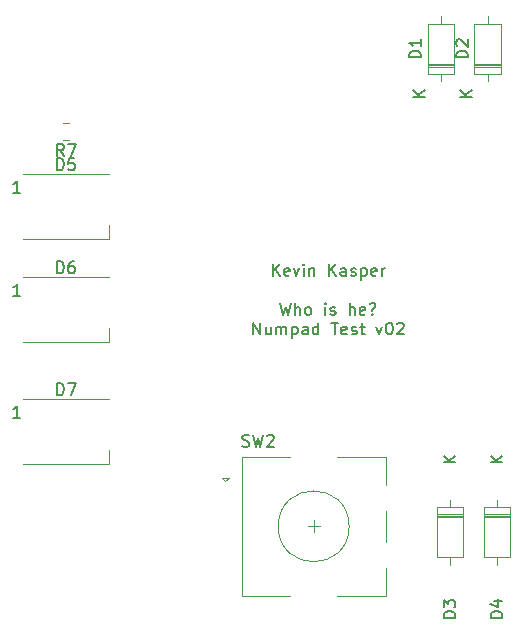
<source format=gbr>
G04 #@! TF.GenerationSoftware,KiCad,Pcbnew,(5.1.5)-3*
G04 #@! TF.CreationDate,2020-05-08T22:50:54-04:00*
G04 #@! TF.ProjectId,metropolislefty,6d657472-6f70-46f6-9c69-736c65667479,rev?*
G04 #@! TF.SameCoordinates,Original*
G04 #@! TF.FileFunction,Legend,Top*
G04 #@! TF.FilePolarity,Positive*
%FSLAX46Y46*%
G04 Gerber Fmt 4.6, Leading zero omitted, Abs format (unit mm)*
G04 Created by KiCad (PCBNEW (5.1.5)-3) date 2020-05-08 22:50:54*
%MOMM*%
%LPD*%
G04 APERTURE LIST*
%ADD10C,0.150000*%
%ADD11C,0.120000*%
%ADD12C,0.752000*%
%ADD13O,1.102000X2.202000*%
%ADD14O,1.102000X1.702000*%
%ADD15O,1.702000X1.702000*%
%ADD16R,1.702000X1.702000*%
%ADD17R,2.102000X2.102000*%
%ADD18C,2.102000*%
%ADD19R,3.302000X2.102000*%
%ADD20C,0.100000*%
%ADD21R,1.602000X1.102000*%
%ADD22C,1.852000*%
%ADD23C,4.089800*%
G04 APERTURE END LIST*
D10*
X77065773Y-97196130D02*
X77065773Y-96196130D01*
X77637202Y-97196130D02*
X77208630Y-96624702D01*
X77637202Y-96196130D02*
X77065773Y-96767559D01*
X78446726Y-97148511D02*
X78351488Y-97196130D01*
X78161011Y-97196130D01*
X78065773Y-97148511D01*
X78018154Y-97053273D01*
X78018154Y-96672321D01*
X78065773Y-96577083D01*
X78161011Y-96529464D01*
X78351488Y-96529464D01*
X78446726Y-96577083D01*
X78494345Y-96672321D01*
X78494345Y-96767559D01*
X78018154Y-96862797D01*
X78827678Y-96529464D02*
X79065773Y-97196130D01*
X79303869Y-96529464D01*
X79684821Y-97196130D02*
X79684821Y-96529464D01*
X79684821Y-96196130D02*
X79637202Y-96243750D01*
X79684821Y-96291369D01*
X79732440Y-96243750D01*
X79684821Y-96196130D01*
X79684821Y-96291369D01*
X80161011Y-96529464D02*
X80161011Y-97196130D01*
X80161011Y-96624702D02*
X80208630Y-96577083D01*
X80303869Y-96529464D01*
X80446726Y-96529464D01*
X80541964Y-96577083D01*
X80589583Y-96672321D01*
X80589583Y-97196130D01*
X81827678Y-97196130D02*
X81827678Y-96196130D01*
X82399107Y-97196130D02*
X81970535Y-96624702D01*
X82399107Y-96196130D02*
X81827678Y-96767559D01*
X83256250Y-97196130D02*
X83256250Y-96672321D01*
X83208630Y-96577083D01*
X83113392Y-96529464D01*
X82922916Y-96529464D01*
X82827678Y-96577083D01*
X83256250Y-97148511D02*
X83161011Y-97196130D01*
X82922916Y-97196130D01*
X82827678Y-97148511D01*
X82780059Y-97053273D01*
X82780059Y-96958035D01*
X82827678Y-96862797D01*
X82922916Y-96815178D01*
X83161011Y-96815178D01*
X83256250Y-96767559D01*
X83684821Y-97148511D02*
X83780059Y-97196130D01*
X83970535Y-97196130D01*
X84065773Y-97148511D01*
X84113392Y-97053273D01*
X84113392Y-97005654D01*
X84065773Y-96910416D01*
X83970535Y-96862797D01*
X83827678Y-96862797D01*
X83732440Y-96815178D01*
X83684821Y-96719940D01*
X83684821Y-96672321D01*
X83732440Y-96577083D01*
X83827678Y-96529464D01*
X83970535Y-96529464D01*
X84065773Y-96577083D01*
X84541964Y-96529464D02*
X84541964Y-97529464D01*
X84541964Y-96577083D02*
X84637202Y-96529464D01*
X84827678Y-96529464D01*
X84922916Y-96577083D01*
X84970535Y-96624702D01*
X85018154Y-96719940D01*
X85018154Y-97005654D01*
X84970535Y-97100892D01*
X84922916Y-97148511D01*
X84827678Y-97196130D01*
X84637202Y-97196130D01*
X84541964Y-97148511D01*
X85827678Y-97148511D02*
X85732440Y-97196130D01*
X85541964Y-97196130D01*
X85446726Y-97148511D01*
X85399107Y-97053273D01*
X85399107Y-96672321D01*
X85446726Y-96577083D01*
X85541964Y-96529464D01*
X85732440Y-96529464D01*
X85827678Y-96577083D01*
X85875297Y-96672321D01*
X85875297Y-96767559D01*
X85399107Y-96862797D01*
X86303869Y-97196130D02*
X86303869Y-96529464D01*
X86303869Y-96719940D02*
X86351488Y-96624702D01*
X86399107Y-96577083D01*
X86494345Y-96529464D01*
X86589583Y-96529464D01*
X77708630Y-99496130D02*
X77946726Y-100496130D01*
X78137202Y-99781845D01*
X78327678Y-100496130D01*
X78565773Y-99496130D01*
X78946726Y-100496130D02*
X78946726Y-99496130D01*
X79375297Y-100496130D02*
X79375297Y-99972321D01*
X79327678Y-99877083D01*
X79232440Y-99829464D01*
X79089583Y-99829464D01*
X78994345Y-99877083D01*
X78946726Y-99924702D01*
X79994345Y-100496130D02*
X79899107Y-100448511D01*
X79851488Y-100400892D01*
X79803869Y-100305654D01*
X79803869Y-100019940D01*
X79851488Y-99924702D01*
X79899107Y-99877083D01*
X79994345Y-99829464D01*
X80137202Y-99829464D01*
X80232440Y-99877083D01*
X80280059Y-99924702D01*
X80327678Y-100019940D01*
X80327678Y-100305654D01*
X80280059Y-100400892D01*
X80232440Y-100448511D01*
X80137202Y-100496130D01*
X79994345Y-100496130D01*
X81518154Y-100496130D02*
X81518154Y-99829464D01*
X81518154Y-99496130D02*
X81470535Y-99543750D01*
X81518154Y-99591369D01*
X81565773Y-99543750D01*
X81518154Y-99496130D01*
X81518154Y-99591369D01*
X81946726Y-100448511D02*
X82041964Y-100496130D01*
X82232440Y-100496130D01*
X82327678Y-100448511D01*
X82375297Y-100353273D01*
X82375297Y-100305654D01*
X82327678Y-100210416D01*
X82232440Y-100162797D01*
X82089583Y-100162797D01*
X81994345Y-100115178D01*
X81946726Y-100019940D01*
X81946726Y-99972321D01*
X81994345Y-99877083D01*
X82089583Y-99829464D01*
X82232440Y-99829464D01*
X82327678Y-99877083D01*
X83565773Y-100496130D02*
X83565773Y-99496130D01*
X83994345Y-100496130D02*
X83994345Y-99972321D01*
X83946726Y-99877083D01*
X83851488Y-99829464D01*
X83708630Y-99829464D01*
X83613392Y-99877083D01*
X83565773Y-99924702D01*
X84851488Y-100448511D02*
X84756250Y-100496130D01*
X84565773Y-100496130D01*
X84470535Y-100448511D01*
X84422916Y-100353273D01*
X84422916Y-99972321D01*
X84470535Y-99877083D01*
X84565773Y-99829464D01*
X84756250Y-99829464D01*
X84851488Y-99877083D01*
X84899107Y-99972321D01*
X84899107Y-100067559D01*
X84422916Y-100162797D01*
X85470535Y-100400892D02*
X85518154Y-100448511D01*
X85470535Y-100496130D01*
X85422916Y-100448511D01*
X85470535Y-100400892D01*
X85470535Y-100496130D01*
X85280059Y-99543750D02*
X85375297Y-99496130D01*
X85613392Y-99496130D01*
X85708630Y-99543750D01*
X85756250Y-99638988D01*
X85756250Y-99734226D01*
X85708630Y-99829464D01*
X85661011Y-99877083D01*
X85565773Y-99924702D01*
X85518154Y-99972321D01*
X85470535Y-100067559D01*
X85470535Y-100115178D01*
X75399107Y-102146130D02*
X75399107Y-101146130D01*
X75970535Y-102146130D01*
X75970535Y-101146130D01*
X76875297Y-101479464D02*
X76875297Y-102146130D01*
X76446726Y-101479464D02*
X76446726Y-102003273D01*
X76494345Y-102098511D01*
X76589583Y-102146130D01*
X76732440Y-102146130D01*
X76827678Y-102098511D01*
X76875297Y-102050892D01*
X77351488Y-102146130D02*
X77351488Y-101479464D01*
X77351488Y-101574702D02*
X77399107Y-101527083D01*
X77494345Y-101479464D01*
X77637202Y-101479464D01*
X77732440Y-101527083D01*
X77780059Y-101622321D01*
X77780059Y-102146130D01*
X77780059Y-101622321D02*
X77827678Y-101527083D01*
X77922916Y-101479464D01*
X78065773Y-101479464D01*
X78161011Y-101527083D01*
X78208630Y-101622321D01*
X78208630Y-102146130D01*
X78684821Y-101479464D02*
X78684821Y-102479464D01*
X78684821Y-101527083D02*
X78780059Y-101479464D01*
X78970535Y-101479464D01*
X79065773Y-101527083D01*
X79113392Y-101574702D01*
X79161011Y-101669940D01*
X79161011Y-101955654D01*
X79113392Y-102050892D01*
X79065773Y-102098511D01*
X78970535Y-102146130D01*
X78780059Y-102146130D01*
X78684821Y-102098511D01*
X80018154Y-102146130D02*
X80018154Y-101622321D01*
X79970535Y-101527083D01*
X79875297Y-101479464D01*
X79684821Y-101479464D01*
X79589583Y-101527083D01*
X80018154Y-102098511D02*
X79922916Y-102146130D01*
X79684821Y-102146130D01*
X79589583Y-102098511D01*
X79541964Y-102003273D01*
X79541964Y-101908035D01*
X79589583Y-101812797D01*
X79684821Y-101765178D01*
X79922916Y-101765178D01*
X80018154Y-101717559D01*
X80922916Y-102146130D02*
X80922916Y-101146130D01*
X80922916Y-102098511D02*
X80827678Y-102146130D01*
X80637202Y-102146130D01*
X80541964Y-102098511D01*
X80494345Y-102050892D01*
X80446726Y-101955654D01*
X80446726Y-101669940D01*
X80494345Y-101574702D01*
X80541964Y-101527083D01*
X80637202Y-101479464D01*
X80827678Y-101479464D01*
X80922916Y-101527083D01*
X82018154Y-101146130D02*
X82589583Y-101146130D01*
X82303869Y-102146130D02*
X82303869Y-101146130D01*
X83303869Y-102098511D02*
X83208630Y-102146130D01*
X83018154Y-102146130D01*
X82922916Y-102098511D01*
X82875297Y-102003273D01*
X82875297Y-101622321D01*
X82922916Y-101527083D01*
X83018154Y-101479464D01*
X83208630Y-101479464D01*
X83303869Y-101527083D01*
X83351488Y-101622321D01*
X83351488Y-101717559D01*
X82875297Y-101812797D01*
X83732440Y-102098511D02*
X83827678Y-102146130D01*
X84018154Y-102146130D01*
X84113392Y-102098511D01*
X84161011Y-102003273D01*
X84161011Y-101955654D01*
X84113392Y-101860416D01*
X84018154Y-101812797D01*
X83875297Y-101812797D01*
X83780059Y-101765178D01*
X83732440Y-101669940D01*
X83732440Y-101622321D01*
X83780059Y-101527083D01*
X83875297Y-101479464D01*
X84018154Y-101479464D01*
X84113392Y-101527083D01*
X84446726Y-101479464D02*
X84827678Y-101479464D01*
X84589583Y-101146130D02*
X84589583Y-102003273D01*
X84637202Y-102098511D01*
X84732440Y-102146130D01*
X84827678Y-102146130D01*
X85827678Y-101479464D02*
X86065773Y-102146130D01*
X86303869Y-101479464D01*
X86875297Y-101146130D02*
X86970535Y-101146130D01*
X87065773Y-101193750D01*
X87113392Y-101241369D01*
X87161011Y-101336607D01*
X87208630Y-101527083D01*
X87208630Y-101765178D01*
X87161011Y-101955654D01*
X87113392Y-102050892D01*
X87065773Y-102098511D01*
X86970535Y-102146130D01*
X86875297Y-102146130D01*
X86780059Y-102098511D01*
X86732440Y-102050892D01*
X86684821Y-101955654D01*
X86637202Y-101765178D01*
X86637202Y-101527083D01*
X86684821Y-101336607D01*
X86732440Y-101241369D01*
X86780059Y-101193750D01*
X86875297Y-101146130D01*
X87589583Y-101241369D02*
X87637202Y-101193750D01*
X87732440Y-101146130D01*
X87970535Y-101146130D01*
X88065773Y-101193750D01*
X88113392Y-101241369D01*
X88161011Y-101336607D01*
X88161011Y-101431845D01*
X88113392Y-101574702D01*
X87541964Y-102146130D01*
X88161011Y-102146130D01*
D11*
X97163750Y-117383750D02*
X94923750Y-117383750D01*
X97163750Y-117623750D02*
X94923750Y-117623750D01*
X97163750Y-117503750D02*
X94923750Y-117503750D01*
X96043750Y-121673750D02*
X96043750Y-121023750D01*
X96043750Y-116133750D02*
X96043750Y-116783750D01*
X97163750Y-121023750D02*
X97163750Y-116783750D01*
X94923750Y-121023750D02*
X97163750Y-121023750D01*
X94923750Y-116783750D02*
X94923750Y-121023750D01*
X97163750Y-116783750D02*
X94923750Y-116783750D01*
X93195000Y-117383750D02*
X90955000Y-117383750D01*
X93195000Y-117623750D02*
X90955000Y-117623750D01*
X93195000Y-117503750D02*
X90955000Y-117503750D01*
X92075000Y-121673750D02*
X92075000Y-121023750D01*
X92075000Y-116133750D02*
X92075000Y-116783750D01*
X93195000Y-121023750D02*
X93195000Y-116783750D01*
X90955000Y-121023750D02*
X93195000Y-121023750D01*
X90955000Y-116783750D02*
X90955000Y-121023750D01*
X93195000Y-116783750D02*
X90955000Y-116783750D01*
X94130000Y-79466250D02*
X96370000Y-79466250D01*
X94130000Y-79226250D02*
X96370000Y-79226250D01*
X94130000Y-79346250D02*
X96370000Y-79346250D01*
X95250000Y-75176250D02*
X95250000Y-75826250D01*
X95250000Y-80716250D02*
X95250000Y-80066250D01*
X94130000Y-75826250D02*
X94130000Y-80066250D01*
X96370000Y-75826250D02*
X94130000Y-75826250D01*
X96370000Y-80066250D02*
X96370000Y-75826250D01*
X94130000Y-80066250D02*
X96370000Y-80066250D01*
X90161250Y-79466250D02*
X92401250Y-79466250D01*
X90161250Y-79226250D02*
X92401250Y-79226250D01*
X90161250Y-79346250D02*
X92401250Y-79346250D01*
X91281250Y-75176250D02*
X91281250Y-75826250D01*
X91281250Y-80716250D02*
X91281250Y-80066250D01*
X90161250Y-75826250D02*
X90161250Y-80066250D01*
X92401250Y-75826250D02*
X90161250Y-75826250D01*
X92401250Y-80066250D02*
X92401250Y-75826250D01*
X90161250Y-80066250D02*
X92401250Y-80066250D01*
X83525000Y-118387500D02*
G75*
G03X83525000Y-118387500I-3000000J0D01*
G01*
X82525000Y-112487500D02*
X86625000Y-112487500D01*
X86625000Y-124287500D02*
X82525000Y-124287500D01*
X78525000Y-124287500D02*
X74425000Y-124287500D01*
X78525000Y-112487500D02*
X74425000Y-112487500D01*
X74425000Y-112487500D02*
X74425000Y-124287500D01*
X73025000Y-114587500D02*
X72725000Y-114287500D01*
X72725000Y-114287500D02*
X73325000Y-114287500D01*
X73325000Y-114287500D02*
X73025000Y-114587500D01*
X86625000Y-112487500D02*
X86625000Y-114887500D01*
X86625000Y-117087500D02*
X86625000Y-119687500D01*
X86625000Y-121887500D02*
X86625000Y-124287500D01*
X80525000Y-117887500D02*
X80525000Y-118887500D01*
X80025000Y-118387500D02*
X81025000Y-118387500D01*
X59789828Y-84221250D02*
X59272672Y-84221250D01*
X59789828Y-85641250D02*
X59272672Y-85641250D01*
X63181250Y-113081250D02*
X63181250Y-111931250D01*
X55881250Y-113081250D02*
X63181250Y-113081250D01*
X55881250Y-107581250D02*
X63181250Y-107581250D01*
X63181250Y-102762500D02*
X63181250Y-101612500D01*
X55881250Y-102762500D02*
X63181250Y-102762500D01*
X55881250Y-97262500D02*
X63181250Y-97262500D01*
X63181250Y-94031250D02*
X63181250Y-92881250D01*
X55881250Y-94031250D02*
X63181250Y-94031250D01*
X55881250Y-88531250D02*
X63181250Y-88531250D01*
D10*
X96496130Y-126150595D02*
X95496130Y-126150595D01*
X95496130Y-125912500D01*
X95543750Y-125769642D01*
X95638988Y-125674404D01*
X95734226Y-125626785D01*
X95924702Y-125579166D01*
X96067559Y-125579166D01*
X96258035Y-125626785D01*
X96353273Y-125674404D01*
X96448511Y-125769642D01*
X96496130Y-125912500D01*
X96496130Y-126150595D01*
X95829464Y-124722023D02*
X96496130Y-124722023D01*
X95448511Y-124960119D02*
X96162797Y-125198214D01*
X96162797Y-124579166D01*
X96496130Y-112974404D02*
X95496130Y-112974404D01*
X96496130Y-112402976D02*
X95924702Y-112831547D01*
X95496130Y-112402976D02*
X96067559Y-112974404D01*
X92527380Y-126150595D02*
X91527380Y-126150595D01*
X91527380Y-125912500D01*
X91575000Y-125769642D01*
X91670238Y-125674404D01*
X91765476Y-125626785D01*
X91955952Y-125579166D01*
X92098809Y-125579166D01*
X92289285Y-125626785D01*
X92384523Y-125674404D01*
X92479761Y-125769642D01*
X92527380Y-125912500D01*
X92527380Y-126150595D01*
X91527380Y-125245833D02*
X91527380Y-124626785D01*
X91908333Y-124960119D01*
X91908333Y-124817261D01*
X91955952Y-124722023D01*
X92003571Y-124674404D01*
X92098809Y-124626785D01*
X92336904Y-124626785D01*
X92432142Y-124674404D01*
X92479761Y-124722023D01*
X92527380Y-124817261D01*
X92527380Y-125102976D01*
X92479761Y-125198214D01*
X92432142Y-125245833D01*
X92527380Y-112974404D02*
X91527380Y-112974404D01*
X92527380Y-112402976D02*
X91955952Y-112831547D01*
X91527380Y-112402976D02*
X92098809Y-112974404D01*
X93582380Y-78684345D02*
X92582380Y-78684345D01*
X92582380Y-78446250D01*
X92630000Y-78303392D01*
X92725238Y-78208154D01*
X92820476Y-78160535D01*
X93010952Y-78112916D01*
X93153809Y-78112916D01*
X93344285Y-78160535D01*
X93439523Y-78208154D01*
X93534761Y-78303392D01*
X93582380Y-78446250D01*
X93582380Y-78684345D01*
X92677619Y-77731964D02*
X92630000Y-77684345D01*
X92582380Y-77589107D01*
X92582380Y-77351011D01*
X92630000Y-77255773D01*
X92677619Y-77208154D01*
X92772857Y-77160535D01*
X92868095Y-77160535D01*
X93010952Y-77208154D01*
X93582380Y-77779583D01*
X93582380Y-77160535D01*
X93902380Y-82018154D02*
X92902380Y-82018154D01*
X93902380Y-81446726D02*
X93330952Y-81875297D01*
X92902380Y-81446726D02*
X93473809Y-82018154D01*
X89613630Y-78684345D02*
X88613630Y-78684345D01*
X88613630Y-78446250D01*
X88661250Y-78303392D01*
X88756488Y-78208154D01*
X88851726Y-78160535D01*
X89042202Y-78112916D01*
X89185059Y-78112916D01*
X89375535Y-78160535D01*
X89470773Y-78208154D01*
X89566011Y-78303392D01*
X89613630Y-78446250D01*
X89613630Y-78684345D01*
X89613630Y-77160535D02*
X89613630Y-77731964D01*
X89613630Y-77446250D02*
X88613630Y-77446250D01*
X88756488Y-77541488D01*
X88851726Y-77636726D01*
X88899345Y-77731964D01*
X89933630Y-82018154D02*
X88933630Y-82018154D01*
X89933630Y-81446726D02*
X89362202Y-81875297D01*
X88933630Y-81446726D02*
X89505059Y-82018154D01*
X74491666Y-111592261D02*
X74634523Y-111639880D01*
X74872619Y-111639880D01*
X74967857Y-111592261D01*
X75015476Y-111544642D01*
X75063095Y-111449404D01*
X75063095Y-111354166D01*
X75015476Y-111258928D01*
X74967857Y-111211309D01*
X74872619Y-111163690D01*
X74682142Y-111116071D01*
X74586904Y-111068452D01*
X74539285Y-111020833D01*
X74491666Y-110925595D01*
X74491666Y-110830357D01*
X74539285Y-110735119D01*
X74586904Y-110687500D01*
X74682142Y-110639880D01*
X74920238Y-110639880D01*
X75063095Y-110687500D01*
X75396428Y-110639880D02*
X75634523Y-111639880D01*
X75825000Y-110925595D01*
X76015476Y-111639880D01*
X76253571Y-110639880D01*
X76586904Y-110735119D02*
X76634523Y-110687500D01*
X76729761Y-110639880D01*
X76967857Y-110639880D01*
X77063095Y-110687500D01*
X77110714Y-110735119D01*
X77158333Y-110830357D01*
X77158333Y-110925595D01*
X77110714Y-111068452D01*
X76539285Y-111639880D01*
X77158333Y-111639880D01*
X59364583Y-87033630D02*
X59031250Y-86557440D01*
X58793154Y-87033630D02*
X58793154Y-86033630D01*
X59174107Y-86033630D01*
X59269345Y-86081250D01*
X59316964Y-86128869D01*
X59364583Y-86224107D01*
X59364583Y-86366964D01*
X59316964Y-86462202D01*
X59269345Y-86509821D01*
X59174107Y-86557440D01*
X58793154Y-86557440D01*
X59697916Y-86033630D02*
X60364583Y-86033630D01*
X59936011Y-87033630D01*
X58793154Y-107283630D02*
X58793154Y-106283630D01*
X59031250Y-106283630D01*
X59174107Y-106331250D01*
X59269345Y-106426488D01*
X59316964Y-106521726D01*
X59364583Y-106712202D01*
X59364583Y-106855059D01*
X59316964Y-107045535D01*
X59269345Y-107140773D01*
X59174107Y-107236011D01*
X59031250Y-107283630D01*
X58793154Y-107283630D01*
X59697916Y-106283630D02*
X60364583Y-106283630D01*
X59936011Y-107283630D01*
X55666964Y-109183630D02*
X55095535Y-109183630D01*
X55381250Y-109183630D02*
X55381250Y-108183630D01*
X55286011Y-108326488D01*
X55190773Y-108421726D01*
X55095535Y-108469345D01*
X58793154Y-96964880D02*
X58793154Y-95964880D01*
X59031250Y-95964880D01*
X59174107Y-96012500D01*
X59269345Y-96107738D01*
X59316964Y-96202976D01*
X59364583Y-96393452D01*
X59364583Y-96536309D01*
X59316964Y-96726785D01*
X59269345Y-96822023D01*
X59174107Y-96917261D01*
X59031250Y-96964880D01*
X58793154Y-96964880D01*
X60221726Y-95964880D02*
X60031250Y-95964880D01*
X59936011Y-96012500D01*
X59888392Y-96060119D01*
X59793154Y-96202976D01*
X59745535Y-96393452D01*
X59745535Y-96774404D01*
X59793154Y-96869642D01*
X59840773Y-96917261D01*
X59936011Y-96964880D01*
X60126488Y-96964880D01*
X60221726Y-96917261D01*
X60269345Y-96869642D01*
X60316964Y-96774404D01*
X60316964Y-96536309D01*
X60269345Y-96441071D01*
X60221726Y-96393452D01*
X60126488Y-96345833D01*
X59936011Y-96345833D01*
X59840773Y-96393452D01*
X59793154Y-96441071D01*
X59745535Y-96536309D01*
X55666964Y-98864880D02*
X55095535Y-98864880D01*
X55381250Y-98864880D02*
X55381250Y-97864880D01*
X55286011Y-98007738D01*
X55190773Y-98102976D01*
X55095535Y-98150595D01*
X58793154Y-88233630D02*
X58793154Y-87233630D01*
X59031250Y-87233630D01*
X59174107Y-87281250D01*
X59269345Y-87376488D01*
X59316964Y-87471726D01*
X59364583Y-87662202D01*
X59364583Y-87805059D01*
X59316964Y-87995535D01*
X59269345Y-88090773D01*
X59174107Y-88186011D01*
X59031250Y-88233630D01*
X58793154Y-88233630D01*
X60269345Y-87233630D02*
X59793154Y-87233630D01*
X59745535Y-87709821D01*
X59793154Y-87662202D01*
X59888392Y-87614583D01*
X60126488Y-87614583D01*
X60221726Y-87662202D01*
X60269345Y-87709821D01*
X60316964Y-87805059D01*
X60316964Y-88043154D01*
X60269345Y-88138392D01*
X60221726Y-88186011D01*
X60126488Y-88233630D01*
X59888392Y-88233630D01*
X59793154Y-88186011D01*
X59745535Y-88138392D01*
X55666964Y-90133630D02*
X55095535Y-90133630D01*
X55381250Y-90133630D02*
X55381250Y-89133630D01*
X55286011Y-89276488D01*
X55190773Y-89371726D01*
X55095535Y-89419345D01*
%LPC*%
D12*
X83852500Y-77687500D03*
X78072500Y-77687500D03*
D13*
X76642500Y-78217500D03*
X85282500Y-78217500D03*
D14*
X76642500Y-74037500D03*
X85282500Y-74037500D03*
D15*
X96043750Y-122713750D03*
D16*
X96043750Y-115093750D03*
D15*
X92075000Y-122713750D03*
D16*
X92075000Y-115093750D03*
D15*
X95250000Y-74136250D03*
D16*
X95250000Y-81756250D03*
D15*
X91281250Y-74136250D03*
D16*
X91281250Y-81756250D03*
D17*
X73025000Y-115887500D03*
D18*
X73025000Y-118387500D03*
X73025000Y-120887500D03*
D19*
X80525000Y-112787500D03*
X80525000Y-123987500D03*
D18*
X87525000Y-115887500D03*
X87525000Y-120887500D03*
D20*
G36*
X58889391Y-84181547D02*
G01*
X58915528Y-84185424D01*
X58941159Y-84191844D01*
X58966038Y-84200745D01*
X58989924Y-84212043D01*
X59012587Y-84225627D01*
X59033810Y-84241367D01*
X59053389Y-84259111D01*
X59071133Y-84278690D01*
X59086873Y-84299913D01*
X59100457Y-84322576D01*
X59111755Y-84346462D01*
X59120656Y-84371341D01*
X59127076Y-84396972D01*
X59130953Y-84423109D01*
X59132250Y-84449500D01*
X59132250Y-85413000D01*
X59130953Y-85439391D01*
X59127076Y-85465528D01*
X59120656Y-85491159D01*
X59111755Y-85516038D01*
X59100457Y-85539924D01*
X59086873Y-85562587D01*
X59071133Y-85583810D01*
X59053389Y-85603389D01*
X59033810Y-85621133D01*
X59012587Y-85636873D01*
X58989924Y-85650457D01*
X58966038Y-85661755D01*
X58941159Y-85670656D01*
X58915528Y-85677076D01*
X58889391Y-85680953D01*
X58863000Y-85682250D01*
X58324500Y-85682250D01*
X58298109Y-85680953D01*
X58271972Y-85677076D01*
X58246341Y-85670656D01*
X58221462Y-85661755D01*
X58197576Y-85650457D01*
X58174913Y-85636873D01*
X58153690Y-85621133D01*
X58134111Y-85603389D01*
X58116367Y-85583810D01*
X58100627Y-85562587D01*
X58087043Y-85539924D01*
X58075745Y-85516038D01*
X58066844Y-85491159D01*
X58060424Y-85465528D01*
X58056547Y-85439391D01*
X58055250Y-85413000D01*
X58055250Y-84449500D01*
X58056547Y-84423109D01*
X58060424Y-84396972D01*
X58066844Y-84371341D01*
X58075745Y-84346462D01*
X58087043Y-84322576D01*
X58100627Y-84299913D01*
X58116367Y-84278690D01*
X58134111Y-84259111D01*
X58153690Y-84241367D01*
X58174913Y-84225627D01*
X58197576Y-84212043D01*
X58221462Y-84200745D01*
X58246341Y-84191844D01*
X58271972Y-84185424D01*
X58298109Y-84181547D01*
X58324500Y-84180250D01*
X58863000Y-84180250D01*
X58889391Y-84181547D01*
G37*
G36*
X60764391Y-84181547D02*
G01*
X60790528Y-84185424D01*
X60816159Y-84191844D01*
X60841038Y-84200745D01*
X60864924Y-84212043D01*
X60887587Y-84225627D01*
X60908810Y-84241367D01*
X60928389Y-84259111D01*
X60946133Y-84278690D01*
X60961873Y-84299913D01*
X60975457Y-84322576D01*
X60986755Y-84346462D01*
X60995656Y-84371341D01*
X61002076Y-84396972D01*
X61005953Y-84423109D01*
X61007250Y-84449500D01*
X61007250Y-85413000D01*
X61005953Y-85439391D01*
X61002076Y-85465528D01*
X60995656Y-85491159D01*
X60986755Y-85516038D01*
X60975457Y-85539924D01*
X60961873Y-85562587D01*
X60946133Y-85583810D01*
X60928389Y-85603389D01*
X60908810Y-85621133D01*
X60887587Y-85636873D01*
X60864924Y-85650457D01*
X60841038Y-85661755D01*
X60816159Y-85670656D01*
X60790528Y-85677076D01*
X60764391Y-85680953D01*
X60738000Y-85682250D01*
X60199500Y-85682250D01*
X60173109Y-85680953D01*
X60146972Y-85677076D01*
X60121341Y-85670656D01*
X60096462Y-85661755D01*
X60072576Y-85650457D01*
X60049913Y-85636873D01*
X60028690Y-85621133D01*
X60009111Y-85603389D01*
X59991367Y-85583810D01*
X59975627Y-85562587D01*
X59962043Y-85539924D01*
X59950745Y-85516038D01*
X59941844Y-85491159D01*
X59935424Y-85465528D01*
X59931547Y-85439391D01*
X59930250Y-85413000D01*
X59930250Y-84449500D01*
X59931547Y-84423109D01*
X59935424Y-84396972D01*
X59941844Y-84371341D01*
X59950745Y-84346462D01*
X59962043Y-84322576D01*
X59975627Y-84299913D01*
X59991367Y-84278690D01*
X60009111Y-84259111D01*
X60028690Y-84241367D01*
X60049913Y-84225627D01*
X60072576Y-84212043D01*
X60096462Y-84200745D01*
X60121341Y-84191844D01*
X60146972Y-84185424D01*
X60173109Y-84181547D01*
X60199500Y-84180250D01*
X60738000Y-84180250D01*
X60764391Y-84181547D01*
G37*
D21*
X57081250Y-108731250D03*
X57081250Y-111931250D03*
X61981250Y-108731250D03*
X61981250Y-111931250D03*
X57081250Y-98412500D03*
X57081250Y-101612500D03*
X61981250Y-98412500D03*
X61981250Y-101612500D03*
X57081250Y-89681250D03*
X57081250Y-92881250D03*
X61981250Y-89681250D03*
X61981250Y-92881250D03*
D22*
X134461250Y-109537500D03*
X124301250Y-109537500D03*
D23*
X129381250Y-109537500D03*
D22*
X113823750Y-109537500D03*
X103663750Y-109537500D03*
D23*
X108743750Y-109537500D03*
D22*
X134461250Y-88900000D03*
X124301250Y-88900000D03*
D23*
X129381250Y-88900000D03*
D22*
X113823750Y-88900000D03*
X103663750Y-88900000D03*
D23*
X108743750Y-88900000D03*
M02*

</source>
